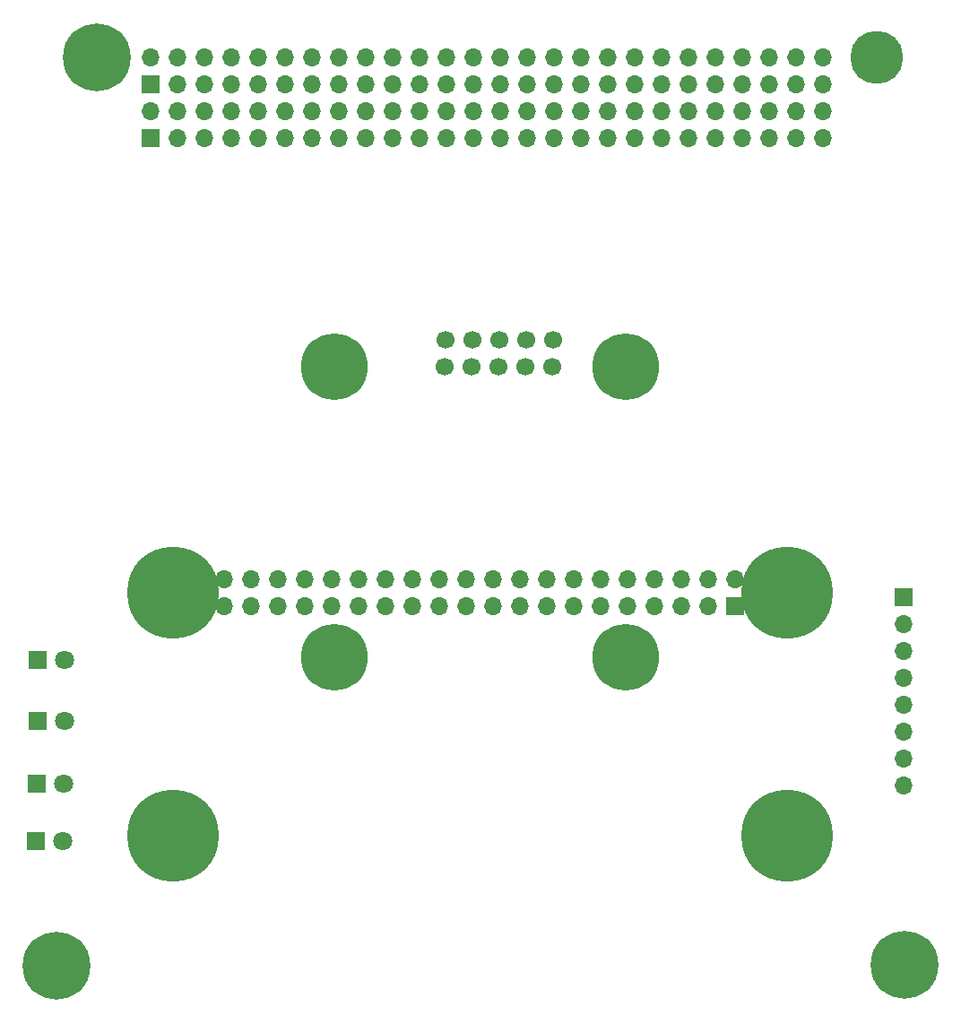
<source format=gbs>
%TF.GenerationSoftware,KiCad,Pcbnew,(6.0.5-0)*%
%TF.CreationDate,2022-05-22T21:56:00-04:00*%
%TF.ProjectId,Payload Board,5061796c-6f61-4642-9042-6f6172642e6b,rev?*%
%TF.SameCoordinates,Original*%
%TF.FileFunction,Soldermask,Bot*%
%TF.FilePolarity,Negative*%
%FSLAX46Y46*%
G04 Gerber Fmt 4.6, Leading zero omitted, Abs format (unit mm)*
G04 Created by KiCad (PCBNEW (6.0.5-0)) date 2022-05-22 21:56:00*
%MOMM*%
%LPD*%
G01*
G04 APERTURE LIST*
%ADD10C,8.650000*%
%ADD11R,1.700000X1.700000*%
%ADD12O,1.700000X1.700000*%
%ADD13C,1.700000*%
%ADD14C,6.300000*%
%ADD15C,5.000000*%
%ADD16C,6.400000*%
%ADD17R,1.800000X1.800000*%
%ADD18C,1.800000*%
G04 APERTURE END LIST*
D10*
%TO.C,U1*%
X125500000Y-133950000D03*
X67500000Y-110950000D03*
X67500000Y-133950000D03*
X125500000Y-110950000D03*
D11*
X120630000Y-112220000D03*
D12*
X120630000Y-109680000D03*
X118090000Y-112220000D03*
X118090000Y-109680000D03*
X115550000Y-112220000D03*
X115550000Y-109680000D03*
X113010000Y-112220000D03*
X113010000Y-109680000D03*
X110470000Y-112220000D03*
X110470000Y-109680000D03*
X107930000Y-112220000D03*
X107930000Y-109680000D03*
X105390000Y-112220000D03*
X105390000Y-109680000D03*
X102850000Y-112220000D03*
X102850000Y-109680000D03*
X100310000Y-112220000D03*
X100310000Y-109680000D03*
X97770000Y-112220000D03*
X97770000Y-109680000D03*
X95230000Y-112220000D03*
X95230000Y-109680000D03*
X92690000Y-112220000D03*
X92690000Y-109680000D03*
X90150000Y-112220000D03*
X90150000Y-109680000D03*
X87610000Y-112220000D03*
X87610000Y-109680000D03*
X85070000Y-112220000D03*
X85070000Y-109680000D03*
X82530000Y-112220000D03*
X82530000Y-109680000D03*
X79990000Y-112220000D03*
X79990000Y-109680000D03*
X77450000Y-112220000D03*
X77450000Y-109680000D03*
X74910000Y-112220000D03*
X74910000Y-109680000D03*
X72370000Y-112220000D03*
X72370000Y-109680000D03*
%TD*%
D13*
%TO.C,U7*%
X103380000Y-89590000D03*
X93220000Y-89590000D03*
X100840000Y-89590000D03*
D14*
X110280000Y-117090000D03*
X110280000Y-89590000D03*
D13*
X95760000Y-89590000D03*
D14*
X82780000Y-117090000D03*
D13*
X98300000Y-89590000D03*
D14*
X82780000Y-89590000D03*
D13*
X93258334Y-87072480D03*
X95798334Y-87072480D03*
X98338334Y-87072480D03*
X100878334Y-87072480D03*
X103418334Y-87072480D03*
%TD*%
D11*
%TO.C,J1*%
X136580000Y-111370000D03*
D12*
X136580000Y-113910000D03*
X136580000Y-116450000D03*
X136580000Y-118990000D03*
X136580000Y-121530000D03*
X136580000Y-124070000D03*
X136580000Y-126610000D03*
X136580000Y-129150000D03*
%TD*%
D11*
%TO.C,H1*%
X65448128Y-68081662D03*
D12*
X65448128Y-65541662D03*
X67988128Y-68081662D03*
X67988128Y-65531662D03*
X70528128Y-68081662D03*
X70528128Y-65531662D03*
X73068128Y-68081662D03*
X73068128Y-65531662D03*
X75608128Y-68081662D03*
X75608128Y-65531662D03*
X78148128Y-68081662D03*
X78148128Y-65531662D03*
X80688128Y-68081662D03*
X80688128Y-65531662D03*
X83228128Y-68081662D03*
X83228128Y-65531662D03*
X85768128Y-68081662D03*
X85768128Y-65531662D03*
X88308128Y-68081662D03*
X88308128Y-65531662D03*
X90848128Y-68081662D03*
X90848128Y-65531662D03*
X93388128Y-68081662D03*
X93388128Y-65531662D03*
X95928128Y-68081662D03*
X95928128Y-65531662D03*
X98468128Y-68081662D03*
X98468128Y-65531662D03*
X101008128Y-68081662D03*
X101008128Y-65531662D03*
X103548128Y-68081662D03*
X103548128Y-65531662D03*
X106088128Y-68081662D03*
X106088128Y-65531662D03*
X108628128Y-68081662D03*
X108628128Y-65531662D03*
X111168128Y-68081662D03*
X111168128Y-65531662D03*
X113708128Y-68081662D03*
X113708128Y-65531662D03*
X116248128Y-68081662D03*
X116248128Y-65531662D03*
X118788128Y-68081662D03*
X118788128Y-65531662D03*
X121328128Y-68081662D03*
X121328128Y-65531662D03*
X123868128Y-68081662D03*
X123868128Y-65531662D03*
X126408128Y-68081662D03*
X126408128Y-65531662D03*
X128948128Y-68081662D03*
X128948128Y-65531662D03*
%TD*%
D11*
%TO.C,H2*%
X65448128Y-63001662D03*
D12*
X65448128Y-60461662D03*
X67988128Y-63001662D03*
X67988128Y-60451662D03*
X70528128Y-63001662D03*
X70528128Y-60451662D03*
X73068128Y-63001662D03*
X73068128Y-60451662D03*
X75608128Y-63001662D03*
X75608128Y-60451662D03*
X78148128Y-63001662D03*
X78148128Y-60451662D03*
X80688128Y-63001662D03*
X80688128Y-60451662D03*
X83228128Y-63001662D03*
X83228128Y-60451662D03*
X85768128Y-63001662D03*
X85768128Y-60451662D03*
X88308128Y-63001662D03*
X88308128Y-60451662D03*
X90848128Y-63001662D03*
X90848128Y-60451662D03*
X93388128Y-63001662D03*
X93388128Y-60451662D03*
X95928128Y-63001662D03*
X95928128Y-60451662D03*
X98468128Y-63001662D03*
X98468128Y-60451662D03*
X101008128Y-63001662D03*
X101008128Y-60451662D03*
X103548128Y-63001662D03*
X103548128Y-60451662D03*
X106088128Y-63001662D03*
X106088128Y-60451662D03*
X108628128Y-63001662D03*
X108628128Y-60451662D03*
X111168128Y-63001662D03*
X111168128Y-60451662D03*
X113708128Y-63001662D03*
X113708128Y-60451662D03*
X116248128Y-63001662D03*
X116248128Y-60451662D03*
X118788128Y-63001662D03*
X118788128Y-60451662D03*
X121328128Y-63001662D03*
X121328128Y-60451662D03*
X123868128Y-63001662D03*
X123868128Y-60451662D03*
X126408128Y-63001662D03*
X126408128Y-60451662D03*
X128948128Y-63001662D03*
X128948128Y-60451662D03*
%TD*%
D15*
%TO.C,REF\u002A\u002A*%
X134028128Y-60461662D03*
%TD*%
D16*
%TO.C,REF\u002A\u002A*%
X60368128Y-60461662D03*
%TD*%
D17*
%TO.C,D3*%
X54673334Y-128972480D03*
D18*
X57213334Y-128972480D03*
%TD*%
D16*
%TO.C,REF\u002A\u002A*%
X56558128Y-146186662D03*
%TD*%
D17*
%TO.C,D1*%
X54773334Y-117322480D03*
D18*
X57313334Y-117322480D03*
%TD*%
D16*
%TO.C,REF\u002A\u002A*%
X136603128Y-146126662D03*
%TD*%
D17*
%TO.C,D2*%
X54743334Y-123062480D03*
D18*
X57283334Y-123062480D03*
%TD*%
D17*
%TO.C,D4*%
X54593334Y-134412480D03*
D18*
X57133334Y-134412480D03*
%TD*%
M02*

</source>
